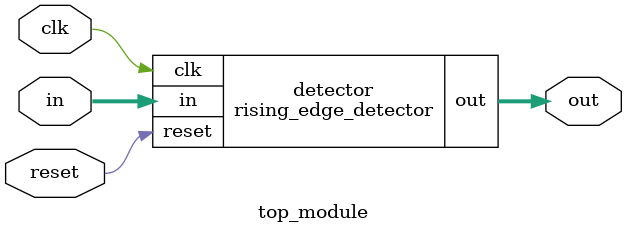
<source format=v>
module rising_edge_detector (
    input clk,
    input reset,
    input [31:0] in,
    output reg [31:0] out
);

reg [31:0] pipeline_reg [2:0];

always @(posedge clk) begin
    if (reset) begin
        pipeline_reg[0] <= 0;
        pipeline_reg[1] <= 0;
        pipeline_reg[2] <= 0;
        out <= 0;
    end else begin
        pipeline_reg[0] <= in;
        pipeline_reg[1] <= pipeline_reg[0];
        pipeline_reg[2] <= pipeline_reg[1];
        
        out[0] <= pipeline_reg[2][0] & ~pipeline_reg[1][0] & pipeline_reg[0][0];
        out[1] <= pipeline_reg[2][1] & ~pipeline_reg[1][1] & pipeline_reg[0][1];
        out[2] <= pipeline_reg[2][2] & ~pipeline_reg[1][2] & pipeline_reg[0][2];
        out[3] <= pipeline_reg[2][3] & ~pipeline_reg[1][3] & pipeline_reg[0][3];
        out[4] <= pipeline_reg[2][4] & ~pipeline_reg[1][4] & pipeline_reg[0][4];
        out[5] <= pipeline_reg[2][5] & ~pipeline_reg[1][5] & pipeline_reg[0][5];
        out[6] <= pipeline_reg[2][6] & ~pipeline_reg[1][6] & pipeline_reg[0][6];
        out[7] <= pipeline_reg[2][7] & ~pipeline_reg[1][7] & pipeline_reg[0][7];
        out[8] <= pipeline_reg[2][8] & ~pipeline_reg[1][8] & pipeline_reg[0][8];
        out[9] <= pipeline_reg[2][9] & ~pipeline_reg[1][9] & pipeline_reg[0][9];
        out[10] <= pipeline_reg[2][10] & ~pipeline_reg[1][10] & pipeline_reg[0][10];
        out[11] <= pipeline_reg[2][11] & ~pipeline_reg[1][11] & pipeline_reg[0][11];
        out[12] <= pipeline_reg[2][12] & ~pipeline_reg[1][12] & pipeline_reg[0][12];
        out[13] <= pipeline_reg[2][13] & ~pipeline_reg[1][13] & pipeline_reg[0][13];
        out[14] <= pipeline_reg[2][14] & ~pipeline_reg[1][14] & pipeline_reg[0][14];
        out[15] <= pipeline_reg[2][15] & ~pipeline_reg[1][15] & pipeline_reg[0][15];
        out[16] <= pipeline_reg[2][16] & ~pipeline_reg[1][16] & pipeline_reg[0][16];
        out[17] <= pipeline_reg[2][17] & ~pipeline_reg[1][17] & pipeline_reg[0][17];
        out[18] <= pipeline_reg[2][18] & ~pipeline_reg[1][18] & pipeline_reg[0][18];
        out[19] <= pipeline_reg[2][19] & ~pipeline_reg[1][19] & pipeline_reg[0][19];
        out[20] <= pipeline_reg[2][20] & ~pipeline_reg[1][20] & pipeline_reg[0][20];
        out[21] <= pipeline_reg[2][21] & ~pipeline_reg[1][21] & pipeline_reg[0][21];
        out[22] <= pipeline_reg[2][22] & ~pipeline_reg[1][22] & pipeline_reg[0][22];
        out[23] <= pipeline_reg[2][23] & ~pipeline_reg[1][23] & pipeline_reg[0][23];
        out[24] <= pipeline_reg[2][24] & ~pipeline_reg[1][24] & pipeline_reg[0][24];
        out[25] <= pipeline_reg[2][25] & ~pipeline_reg[1][25] & pipeline_reg[0][25];
        out[26] <= pipeline_reg[2][26] & ~pipeline_reg[1][26] & pipeline_reg[0][26];
        out[27] <= pipeline_reg[2][27] & ~pipeline_reg[1][27] & pipeline_reg[0][27];
        out[28] <= pipeline_reg[2][28] & ~pipeline_reg[1][28] & pipeline_reg[0][28];
        out[29] <= pipeline_reg[2][29] & ~pipeline_reg[1][29] & pipeline_reg[0][29];
        out[30] <= pipeline_reg[2][30] & ~pipeline_reg[1][30] & pipeline_reg[0][30];
        out[31] <= pipeline_reg[2][31] & ~pipeline_reg[1][31] & pipeline_reg[0][31];
    end
end

endmodule

module top_module (
    input clk,
    input reset,
    input [31:0] in,
    output [31:0] out
);

rising_edge_detector detector (
    .clk(clk),
    .reset(reset),
    .in(in),
    .out(out)
);

endmodule
</source>
